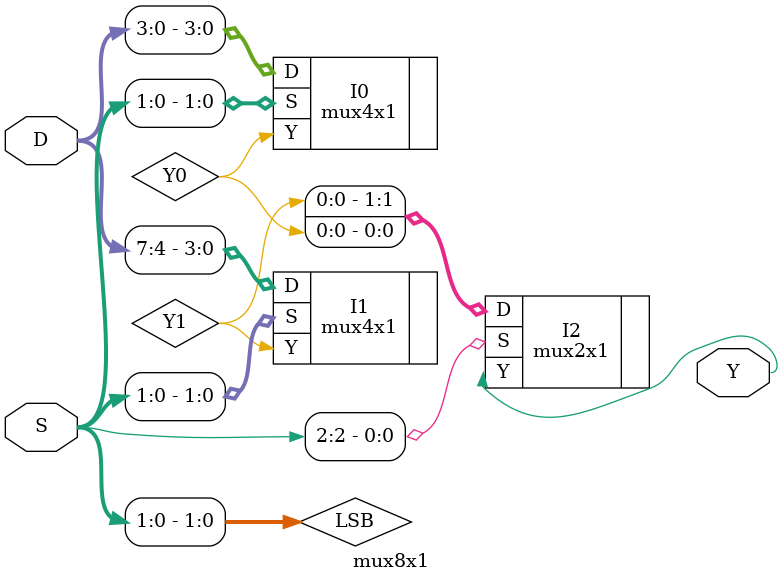
<source format=v>
module mux8x1(
    input [2:0] S,
    input [7:0] D,
    output Y
  );
  wire [1:0] LSB;
  wire Y0, Y1;

  assign LSB = S[1:0];
  mux4x1 I0 (
           .S(LSB),
           .D(D[3:0]),
           .Y(Y0)
         );
  mux4x1 I1 (
           .S(LSB),
           .D(D[7:4]),
           .Y(Y1)
         );
  mux2x1 I2 (
           .S(S[2]),
           .D({Y1, Y0}),
           .Y(Y)
         );

endmodule

</source>
